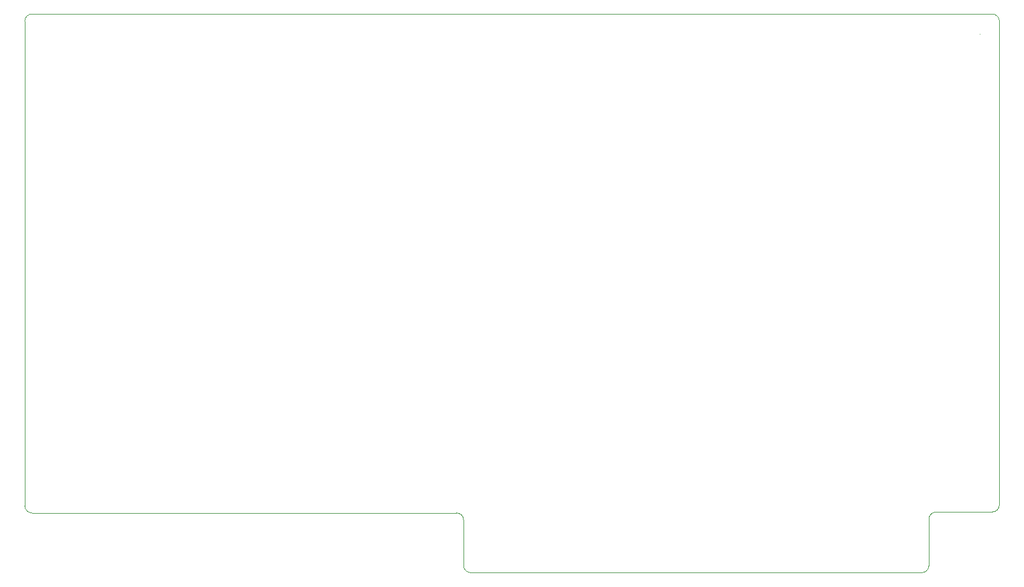
<source format=gbr>
%TF.GenerationSoftware,KiCad,Pcbnew,7.0.1-0*%
%TF.CreationDate,2023-05-07T10:40:25+02:00*%
%TF.ProjectId,Apple PAL card - reloaded,4170706c-6520-4504-914c-206361726420,A*%
%TF.SameCoordinates,Original*%
%TF.FileFunction,Profile,NP*%
%FSLAX46Y46*%
G04 Gerber Fmt 4.6, Leading zero omitted, Abs format (unit mm)*
G04 Created by KiCad (PCBNEW 7.0.1-0) date 2023-05-07 10:40:25*
%MOMM*%
%LPD*%
G01*
G04 APERTURE LIST*
%TA.AperFunction,Profile*%
%ADD10C,0.100000*%
%TD*%
G04 APERTURE END LIST*
D10*
X207197466Y-126466866D02*
X215061801Y-126466647D01*
X141173200Y-133950200D02*
G75*
G03*
X142173200Y-134950200I1000000J0D01*
G01*
X141173160Y-127593640D02*
G75*
G03*
X140173160Y-126593640I-999960J40D01*
G01*
X216040493Y-125469000D02*
X216040493Y-57873000D01*
X205197200Y-134950200D02*
X142173200Y-134950200D01*
X215036400Y-56870600D02*
X80852000Y-56873000D01*
X82570001Y-124460000D02*
G75*
G03*
X82570001Y-124460000I-1J0D01*
G01*
X215061800Y-126466609D02*
G75*
G03*
X216040492Y-125469000I-19100J997609D01*
G01*
X207197466Y-126466800D02*
G75*
G03*
X206197200Y-127466866I-166J-1000100D01*
G01*
X205197200Y-134950200D02*
G75*
G03*
X206197200Y-133950200I0J1000000D01*
G01*
X206197200Y-133950200D02*
X206197200Y-127466866D01*
X82570001Y-59690000D02*
G75*
G03*
X82570001Y-59690000I-1J0D01*
G01*
X80852000Y-56873000D02*
G75*
G03*
X79852000Y-57873000I0J-1000000D01*
G01*
X79852000Y-125596000D02*
G75*
G03*
X80852000Y-126596000I1000000J0D01*
G01*
X140173160Y-126593640D02*
X80852000Y-126596000D01*
X141173200Y-133950200D02*
X141173200Y-127593640D01*
X213360001Y-59690000D02*
G75*
G03*
X213360001Y-59690000I-1J0D01*
G01*
X216040497Y-57877095D02*
G75*
G03*
X215036400Y-56870600I-1004097J2395D01*
G01*
X79852000Y-125596000D02*
X79852000Y-57873000D01*
M02*

</source>
